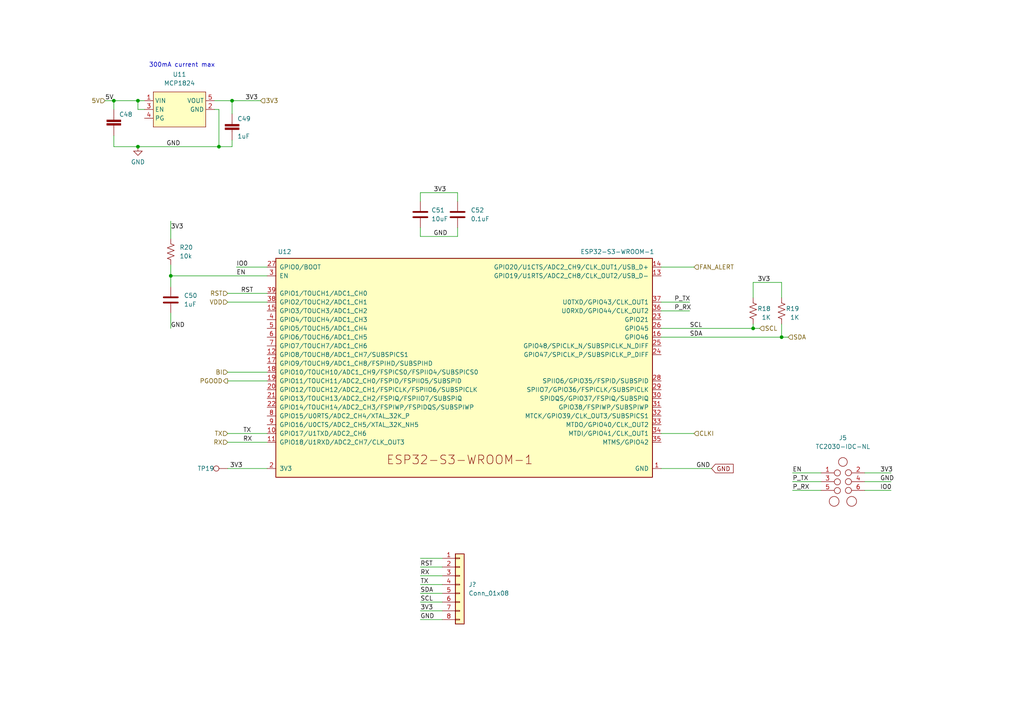
<source format=kicad_sch>
(kicad_sch (version 20211123) (generator eeschema)
  (paper "A4")
  (lib_symbols
    (symbol "Connector:TestPoint" (pin_numbers hide) (pin_names (offset 0.762) hide)
      (property "Reference" "TP" (at 0 6.858 0))
      (property "Value" "TestPoint" (at 0 5.08 0))
      (symbol "TestPoint_0_1"
        (circle (center 0 3.302) (radius 0.762))
      )
      (symbol "TestPoint_1_1"
        (pin passive line (at 0 0 90) (length 2.54) (name "1") (number "1"))
      )
    )
    (symbol "Connector_Generic:Conn_01x08" (pin_names (offset 1.016) hide)
      (property "Reference" "J" (at 0 10.16 0))
      (property "Value" "Conn_01x08" (at 0 -12.7 0))
      (symbol "Conn_01x08_1_1"
        (rectangle (start -1.27 -10.033) (end 0 -10.287) (stroke (width 0.1524)))
        (rectangle (start -1.27 -7.493) (end 0 -7.747) (stroke (width 0.1524)))
        (rectangle (start -1.27 -4.953) (end 0 -5.207) (stroke (width 0.1524)))
        (rectangle (start -1.27 -2.413) (end 0 -2.667) (stroke (width 0.1524)))
        (rectangle (start -1.27 0.127) (end 0 -0.127) (stroke (width 0.1524)))
        (rectangle (start -1.27 2.667) (end 0 2.413) (stroke (width 0.1524)))
        (rectangle (start -1.27 5.207) (end 0 4.953) (stroke (width 0.1524)))
        (rectangle (start -1.27 7.747) (end 0 7.493) (stroke (width 0.1524)))
        (rectangle (start -1.27 8.89) (end 1.27 -11.43) (stroke (width 0.254)) (fill (type background)))
        (pin passive line (at -5.08 7.62 0) (length 3.81) (name "Pin_1") (number "1"))
        (pin passive line (at -5.08 5.08 0) (length 3.81) (name "Pin_2") (number "2"))
        (pin passive line (at -5.08 2.54 0) (length 3.81) (name "Pin_3") (number "3"))
        (pin passive line (at -5.08 0 0) (length 3.81) (name "Pin_4") (number "4"))
        (pin passive line (at -5.08 -2.54 0) (length 3.81) (name "Pin_5") (number "5"))
        (pin passive line (at -5.08 -5.08 0) (length 3.81) (name "Pin_6") (number "6"))
        (pin passive line (at -5.08 -7.62 0) (length 3.81) (name "Pin_7") (number "7"))
        (pin passive line (at -5.08 -10.16 0) (length 3.81) (name "Pin_8") (number "8"))
      )
    )
    (symbol "DayMiner-eagle-import:CAP0402"
      (property "Reference" "C" (at 1.524 2.921 0))
      (property "Value" "CAP0402" (at 1.524 -2.159 0))
      (symbol "CAP0402_1_0"
        (rectangle (start -2.032 0.508) (end 2.032 1.016) (fill (type outline)))
        (rectangle (start -2.032 1.524) (end 2.032 2.032) (fill (type outline)))
        (polyline (pts (xy 0 0) (xy 0 0.508)) (stroke (width 0.1524)))
        (polyline (pts (xy 0 2.54) (xy 0 2.032)) (stroke (width 0.1524)))
        (pin passive line (at 0 5.08 270) (length 2.54) (name "1") (number "1"))
        (pin passive line (at 0 -2.54 90) (length 2.54) (name "2") (number "2"))
      )
    )
    (symbol "Device:C" (pin_numbers hide) (pin_names (offset 0.254))
      (property "Reference" "C" (at 0.635 2.54 0))
      (property "Value" "C" (at 0.635 -2.54 0))
      (symbol "C_0_1"
        (polyline (pts (xy -2.032 -0.762) (xy 2.032 -0.762)) (stroke (width 0.508)))
        (polyline (pts (xy -2.032 0.762) (xy 2.032 0.762)) (stroke (width 0.508)))
      )
      (symbol "C_1_1"
        (pin passive line (at 0 3.81 270) (length 2.794) (name "~") (number "1"))
        (pin passive line (at 0 -3.81 90) (length 2.794) (name "~") (number "2"))
      )
    )
    (symbol "Device:R_US" (pin_numbers hide) (pin_names (offset 0))
      (property "Reference" "R" (at 2.54 0 90))
      (property "Value" "R_US" (at -2.54 0 90))
      (symbol "R_US_0_1"
        (polyline (pts (xy 0 -2.286) (xy 0 -2.54)))
        (polyline (pts (xy 0 2.286) (xy 0 2.54)))
        (polyline (pts (xy 0 -0.762) (xy 1.016 -1.143) (xy 0 -1.524) (xy -1.016 -1.905) (xy 0 -2.286)))
        (polyline (pts (xy 0 0.762) (xy 1.016 0.381) (xy 0 0) (xy -1.016 -0.381) (xy 0 -0.762)))
        (polyline (pts (xy 0 2.286) (xy 1.016 1.905) (xy 0 1.524) (xy -1.016 1.143) (xy 0 0.762)))
      )
      (symbol "R_US_1_1"
        (pin passive line (at 0 3.81 270) (length 1.27) (name "~") (number "1"))
        (pin passive line (at 0 -3.81 90) (length 1.27) (name "~") (number "2"))
      )
    )
    (symbol "Espressif:ESP32-S3-WROOM-1" (pin_names (offset 1.016))
      (property "Reference" "U" (at -53.34 38.1 0))
      (property "Value" "ESP32-S3-WROOM-1" (at -53.34 35.56 0))
      (symbol "ESP32-S3-WROOM-1_0_0"
        (rectangle (start -53.34 33.02) (end 55.88 -30.48) (stroke (width 0.254)) (fill (type background)))
        (text "ESP32-S3-WROOM-1" (at 0 -25.4 0) (effects (font (size 2.54 2.54))))
        (pin power_in line (at 58.42 -27.94 180) (length 2.54) (name "GND") (number "1"))
        (pin bidirectional line (at -55.88 -17.78 0) (length 2.54) (name "GPIO17/U1TXD/ADC2_CH6") (number "10"))
        (pin bidirectional line (at -55.88 -20.32 0) (length 2.54) (name "GPIO18/U1RXD/ADC2_CH7/CLK_OUT3") (number "11"))
        (pin bidirectional line (at -55.88 5.08 0) (length 2.54) (name "GPIO8/TOUCH8/ADC1_CH7/SUBSPICS1") (number "12"))
        (pin bidirectional line (at 58.42 27.94 180) (length 2.54) (name "GPIO19/U1RTS/ADC2_CH8/CLK_OUT2/USB_D-") (number "13"))
        (pin bidirectional line (at 58.42 30.48 180) (length 2.54) (name "GPIO20/U1CTS/ADC2_CH9/CLK_OUT1/USB_D+") (number "14"))
        (pin bidirectional line (at -55.88 17.78 0) (length 2.54) (name "GPIO3/TOUCH3/ADC1_CH2") (number "15"))
        (pin bidirectional line (at 58.42 10.16 180) (length 2.54) (name "GPIO46") (number "16"))
        (pin bidirectional line (at -55.88 2.54 0) (length 2.54) (name "GPIO9/TOUCH9/ADC1_CH8/FSPIHD/SUBSPIHD") (number "17"))
        (pin bidirectional line (at -55.88 0 0) (length 2.54) (name "GPIO10/TOUCH10/ADC1_CH9/FSPICS0/FSPIIO4/SUBSPICS0") (number "18"))
        (pin bidirectional line (at -55.88 -2.54 0) (length 2.54) (name "GPIO11/TOUCH11/ADC2_CH0/FSPID/FSPIIO5/SUBSPID") (number "19"))
        (pin power_in line (at -55.88 -27.94 0) (length 2.54) (name "3V3") (number "2"))
        (pin bidirectional line (at -55.88 -5.08 0) (length 2.54) (name "GPIO12/TOUCH12/ADC2_CH1/FSPICLK/FSPIIO6/SUBSPICLK") (number "20"))
        (pin bidirectional line (at -55.88 -7.62 0) (length 2.54) (name "GPIO13/TOUCH13/ADC2_CH2/FSPIQ/FSPIIO7/SUBSPIQ") (number "21"))
        (pin bidirectional line (at -55.88 -10.16 0) (length 2.54) (name "GPIO14/TOUCH14/ADC2_CH3/FSPIWP/FSPIDQS/SUBSPIWP") (number "22"))
        (pin bidirectional line (at 58.42 15.24 180) (length 2.54) (name "GPIO21") (number "23"))
        (pin bidirectional line (at 58.42 5.08 180) (length 2.54) (name "GPIO47/SPICLK_P/SUBSPICLK_P_DIFF") (number "24"))
        (pin bidirectional line (at 58.42 7.62 180) (length 2.54) (name "GPIO48/SPICLK_N/SUBSPICLK_N_DIFF") (number "25"))
        (pin bidirectional line (at 58.42 12.7 180) (length 2.54) (name "GPIO45") (number "26"))
        (pin bidirectional line (at -55.88 30.48 0) (length 2.54) (name "GPIO0/BOOT") (number "27"))
        (pin bidirectional line (at 58.42 -2.54 180) (length 2.54) (name "SPIIO6/GPIO35/FSPID/SUBSPID") (number "28"))
        (pin bidirectional line (at 58.42 -5.08 180) (length 2.54) (name "SPIIO7/GPIO36/FSPICLK/SUBSPICLK") (number "29"))
        (pin input line (at -55.88 27.94 0) (length 2.54) (name "EN") (number "3"))
        (pin bidirectional line (at 58.42 -7.62 180) (length 2.54) (name "SPIDQS/GPIO37/FSPIQ/SUBSPIQ") (number "30"))
        (pin bidirectional line (at 58.42 -10.16 180) (length 2.54) (name "GPIO38/FSPIWP/SUBSPIWP") (number "31"))
        (pin bidirectional line (at 58.42 -12.7 180) (length 2.54) (name "MTCK/GPIO39/CLK_OUT3/SUBSPICS1") (number "32"))
        (pin bidirectional line (at 58.42 -15.24 180) (length 2.54) (name "MTDO/GPIO40/CLK_OUT2") (number "33"))
        (pin bidirectional line (at 58.42 -17.78 180) (length 2.54) (name "MTDI/GPIO41/CLK_OUT1") (number "34"))
        (pin bidirectional line (at 58.42 -20.32 180) (length 2.54) (name "MTMS/GPIO42") (number "35"))
        (pin bidirectional line (at 58.42 17.78 180) (length 2.54) (name "U0RXD/GPIO44/CLK_OUT2") (number "36"))
        (pin bidirectional line (at 58.42 20.32 180) (length 2.54) (name "U0TXD/GPIO43/CLK_OUT1") (number "37"))
        (pin bidirectional line (at -55.88 20.32 0) (length 2.54) (name "GPIO2/TOUCH2/ADC1_CH1") (number "38"))
        (pin bidirectional line (at -55.88 22.86 0) (length 2.54) (name "GPIO1/TOUCH1/ADC1_CH0") (number "39"))
        (pin bidirectional line (at -55.88 15.24 0) (length 2.54) (name "GPIO4/TOUCH4/ADC1_CH3") (number "4"))
        (pin passive line (at 58.42 -27.94 180) (length 2.54) hide (name "GND") (number "40"))
        (pin passive line (at 58.42 -27.94 180) (length 2.54) hide (name "GND") (number "41"))
        (pin bidirectional line (at -55.88 12.7 0) (length 2.54) (name "GPIO5/TOUCH5/ADC1_CH4") (number "5"))
        (pin bidirectional line (at -55.88 10.16 0) (length 2.54) (name "GPIO6/TOUCH6/ADC1_CH5") (number "6"))
        (pin bidirectional line (at -55.88 7.62 0) (length 2.54) (name "GPIO7/TOUCH7/ADC1_CH6") (number "7"))
        (pin bidirectional line (at -55.88 -12.7 0) (length 2.54) (name "GPIO15/U0RTS/ADC2_CH4/XTAL_32K_P") (number "8"))
        (pin bidirectional line (at -55.88 -15.24 0) (length 2.54) (name "GPIO16/U0CTS/ADC2_CH5/XTAL_32K_NH5") (number "9"))
      )
    )
    (symbol "Espressif:TC2030-IDC-NL" (pin_names (offset 1.016) hide)
      (property "Reference" "J" (at 0 -8.89 0))
      (property "Value" "TC2030-IDC-NL" (at 0.635 -11.43 0))
      (symbol "TC2030-IDC-NL_0_1"
        (circle (center -2.54 -5.715) (radius 1.4224))
        (circle (center -1.6002 2.54) (radius 0.889))
        (circle (center 0 5.715) (radius 1.27))
      )
      (symbol "TC2030-IDC-NL_1_1"
        (circle (center -1.6002 -2.5908) (radius 0.889))
        (circle (center -1.6002 -0.0508) (radius 0.889))
        (circle (center 1.6002 -2.54) (radius 0.889))
        (circle (center 1.6002 0) (radius 0.889))
        (circle (center 1.6002 2.5908) (radius 0.889))
        (circle (center 2.54 -5.715) (radius 1.4224))
        (pin passive line (at -6.35 2.54 0) (length 3.81) (name "Pin_1") (number "1"))
        (pin passive line (at 6.35 2.54 180) (length 3.81) (name "Pin_2") (number "2"))
        (pin passive line (at -6.35 0 0) (length 3.81) (name "Pin_3") (number "3"))
        (pin passive line (at 6.35 0 180) (length 3.81) (name "Pin_4") (number "4"))
        (pin passive line (at -6.35 -2.54 0) (length 3.81) (name "Pin_5") (number "5"))
        (pin passive line (at 6.35 -2.54 180) (length 3.81) (name "Pin_6") (number "6"))
      )
    )
    (symbol "bitaxe:MCP1824"
      (property "Reference" "U" (at -7.62 5.08 0))
      (property "Value" "MCP1824" (at 5.08 5.08 0))
      (symbol "MCP1824_0_1"
        (rectangle (start -7.62 3.81) (end 7.62 -6.35) (stroke (width 0.1524)) (fill (type background)))
      )
      (symbol "MCP1824_1_0"
        (pin bidirectional line (at -10.16 1.27 0) (length 2.54) (name "VIN") (number "1"))
        (pin bidirectional line (at 10.16 -1.27 180) (length 2.54) (name "GND") (number "2"))
        (pin bidirectional line (at -10.16 -1.27 0) (length 2.54) (name "EN") (number "3"))
        (pin bidirectional line (at -10.16 -3.81 0) (length 2.54) (name "PG") (number "4"))
        (pin bidirectional line (at 10.16 1.27 180) (length 2.54) (name "VOUT") (number "5"))
      )
    )
    (symbol "power:GND" (power) (pin_names (offset 0))
      (property "Value" "GND" (at 0 -3.81 0))
      (symbol "GND_0_1"
        (polyline (pts (xy 0 0) (xy 0 -1.27) (xy 1.27 -1.27) (xy 0 -2.54) (xy -1.27 -1.27) (xy 0 -1.27)))
      )
      (symbol "GND_1_1"
        (pin power_in line (at 0 0 270) (length 0) hide (name "GND") (number "1"))
      )
    )
  )
  (junction (at 67.31 29.21) (diameter 0.9144))
  (junction (at 33.02 29.21) (diameter 0.9144))
  (junction (at 40.005 29.21))
  (junction (at 218.44 95.25))
  (junction (at 63.5 42.545) (diameter 0.9144))
  (junction (at 49.53 80.01))
  (junction (at 40.005 42.545))
  (junction (at 226.695 97.79))
  (wire (pts (xy 63.5 42.545) (xy 40.005 42.545)))
  (wire (pts (xy 121.92 172.085) (xy 128.27 172.085)))
  (wire (pts (xy 121.92 177.165) (xy 128.27 177.165)))
  (wire (pts (xy 121.92 55.88) (xy 121.92 58.42)))
  (wire (pts (xy 218.44 95.25) (xy 220.345 95.25)))
  (wire (pts (xy 191.77 97.79) (xy 226.695 97.79)))
  (wire (pts (xy 67.31 29.21) (xy 75.565 29.21)))
  (wire (pts (xy 250.825 139.7) (xy 258.445 139.7)))
  (wire (pts (xy 191.77 95.25) (xy 218.44 95.25)))
  (wire (pts (xy 226.695 93.98) (xy 226.695 97.79)))
  (wire (pts (xy 66.04 110.49) (xy 77.47 110.49)))
  (wire (pts (xy 132.715 68.58) (xy 121.92 68.58)))
  (wire (pts (xy 250.825 137.16) (xy 258.445 137.16)))
  (wire (pts (xy 77.47 125.73) (xy 66.04 125.73)))
  (wire (pts (xy 132.715 66.04) (xy 132.715 68.58)))
  (wire (pts (xy 49.53 76.835) (xy 49.53 80.01)))
  (wire (pts (xy 226.695 81.915) (xy 226.695 86.36)))
  (wire (pts (xy 49.53 90.805) (xy 49.53 95.25)))
  (wire (pts (xy 218.44 81.915) (xy 218.44 86.36)))
  (wire (pts (xy 77.47 85.09) (xy 66.04 85.09)))
  (wire (pts (xy 66.04 107.95) (xy 77.47 107.95)))
  (wire (pts (xy 68.58 77.47) (xy 77.47 77.47)))
  (wire (pts (xy 40.005 31.75) (xy 41.91 31.75)))
  (wire (pts (xy 40.005 31.75) (xy 40.005 29.21)))
  (wire (pts (xy 33.02 29.21) (xy 40.005 29.21)))
  (wire (pts (xy 250.825 142.24) (xy 258.445 142.24)))
  (wire (pts (xy 191.77 77.47) (xy 201.295 77.47)))
  (wire (pts (xy 121.92 174.625) (xy 128.27 174.625)))
  (wire (pts (xy 67.31 29.21) (xy 67.31 33.02)))
  (wire (pts (xy 218.44 81.915) (xy 226.695 81.915)))
  (wire (pts (xy 226.695 97.79) (xy 228.6 97.79)))
  (wire (pts (xy 191.77 90.17) (xy 200.025 90.17)))
  (wire (pts (xy 77.47 128.27) (xy 66.04 128.27)))
  (wire (pts (xy 229.87 142.24) (xy 238.125 142.24)))
  (wire (pts (xy 49.53 80.01) (xy 77.47 80.01)))
  (wire (pts (xy 49.53 64.135) (xy 49.53 69.215)))
  (wire (pts (xy 67.31 40.64) (xy 67.31 42.545)))
  (wire (pts (xy 67.31 42.545) (xy 63.5 42.545)))
  (wire (pts (xy 63.5 31.75) (xy 62.23 31.75)))
  (wire (pts (xy 121.92 167.005) (xy 128.27 167.005)))
  (wire (pts (xy 121.92 169.545) (xy 128.27 169.545)))
  (wire (pts (xy 63.5 31.75) (xy 63.5 42.545)))
  (wire (pts (xy 62.23 29.21) (xy 67.31 29.21)))
  (wire (pts (xy 191.77 135.89) (xy 206.375 135.89)))
  (wire (pts (xy 229.87 139.7) (xy 238.125 139.7)))
  (wire (pts (xy 121.92 68.58) (xy 121.92 66.04)))
  (wire (pts (xy 121.92 161.925) (xy 128.27 161.925)))
  (wire (pts (xy 40.005 29.21) (xy 41.91 29.21)))
  (wire (pts (xy 33.02 29.21) (xy 33.02 31.75)))
  (wire (pts (xy 229.87 137.16) (xy 238.125 137.16)))
  (wire (pts (xy 33.02 39.37) (xy 33.02 42.545)))
  (wire (pts (xy 191.77 87.63) (xy 200.025 87.63)))
  (wire (pts (xy 30.48 29.21) (xy 33.02 29.21)))
  (wire (pts (xy 121.92 179.705) (xy 128.27 179.705)))
  (wire (pts (xy 49.53 80.01) (xy 49.53 83.185)))
  (wire (pts (xy 218.44 93.98) (xy 218.44 95.25)))
  (wire (pts (xy 132.715 55.88) (xy 121.92 55.88)))
  (wire (pts (xy 121.92 164.465) (xy 128.27 164.465)))
  (wire (pts (xy 66.04 135.89) (xy 77.47 135.89)))
  (wire (pts (xy 132.715 58.42) (xy 132.715 55.88)))
  (wire (pts (xy 66.04 87.63) (xy 77.47 87.63)))
  (wire (pts (xy 40.005 42.545) (xy 33.02 42.545)))
  (wire (pts (xy 191.77 125.73) (xy 201.295 125.73)))
  (text "300mA current max" (at 43.18 19.685 0) (effects (font (size 1.27 1.27)) (justify left bottom)))
  (label "5V" (at 30.48 29.21 0))
  (label "P_RX" (at 229.87 142.24 0))
  (label "RX" (at 121.92 167.005 0))
  (label "EN" (at 68.58 80.01 0))
  (label "RST" (at 121.92 164.465 0))
  (label "RST" (at 69.85 85.09 0))
  (label "SDA" (at 121.92 172.085 0))
  (label "P_TX" (at 229.87 139.7 0))
  (label "EN" (at 229.87 137.16 0))
  (label "P_RX" (at 195.58 90.17 0))
  (label "GND" (at 125.73 68.58 0))
  (label "3V3" (at 66.675 135.89 0))
  (label "3V3" (at 219.71 81.915 0))
  (label "IO0" (at 68.58 77.47 0))
  (label "SDA" (at 200.025 97.79 0))
  (label "TX" (at 70.485 125.73 0))
  (label "3V3" (at 255.27 137.16 0))
  (label "IO0" (at 255.27 142.24 0))
  (label "SCL" (at 121.92 174.625 0))
  (label "SCL" (at 200.025 95.25 0))
  (label "GND" (at 201.93 135.89 0))
  (label "TX" (at 121.92 169.545 0))
  (label "3V3" (at 125.73 55.88 0))
  (label "3V3" (at 121.92 177.165 0))
  (label "3V3" (at 49.53 66.675 0))
  (label "GND" (at 49.53 95.25 0))
  (label "P_TX" (at 195.58 87.63 0))
  (label "GND" (at 121.92 179.705 0))
  (label "3V3" (at 71.12 29.21 0))
  (label "GND" (at 255.27 139.7 0))
  (label "GND" (at 48.26 42.545 0))
  (label "RX" (at 70.485 128.27 0))
  (global_label "GND" (shape input) (at 206.375 135.89 0) (property "Intersheet References" "${INTERSHEET_REFS}" (effects hide)))
  (hierarchical_label "TX" (shape input) (at 66.04 125.73 180))
  (hierarchical_label "RX" (shape input) (at 66.04 128.27 180))
  (hierarchical_label "CLKI" (shape input) (at 201.295 125.73 0))
  (hierarchical_label "FAN_ALERT" (shape input) (at 201.295 77.47 0))
  (hierarchical_label "BI" (shape input) (at 66.04 107.95 180))
  (hierarchical_label "3V3" (shape input) (at 75.565 29.21 0))
  (hierarchical_label "SCL" (shape input) (at 220.345 95.25 0))
  (hierarchical_label "RST" (shape input) (at 66.04 85.09 180))
  (hierarchical_label "SDA" (shape input) (at 228.6 97.79 0))
  (hierarchical_label "PGOOD" (shape output) (at 66.04 110.49 180))
  (hierarchical_label "5V" (shape input) (at 30.48 29.21 180))
  (hierarchical_label "VDD" (shape input) (at 66.04 87.63 180))
  (symbol (lib_id "Device:R_US") (at 218.44 90.17 180) (unit 1)
    (property "Reference" "R18" (at 221.615 89.535 0))
    (property "Value" "1K" (at 222.25 92.075 0))
    (property "Footprint" "Resistor_SMD:R_0402_1005Metric" (effects hide))
    (property "DK" "YAG2306CT-ND" (effects hide))
  )
  (symbol (lib_id "Device:C") (at 49.53 86.995 0) (unit 1)
    (property "Reference" "C50" (at 53.34 85.7249 0) (effects (justify left)))
    (property "Value" "1uF" (at 53.34 88.2649 0) (effects (justify left)))
    (property "Footprint" "Capacitor_SMD:C_0402_1005Metric" (effects hide))
  )
  (symbol (lib_id "Device:C") (at 132.715 62.23 0) (unit 1)
    (property "Reference" "C52" (at 136.525 60.9599 0) (effects (justify left)))
    (property "Value" "0.1uF" (at 136.525 63.4999 0) (effects (justify left)))
    (property "Footprint" "Capacitor_SMD:C_0402_1005Metric" (effects hide))
  )
  (symbol (lib_id "Device:R_US") (at 226.695 90.17 180) (unit 1)
    (property "Reference" "R19" (at 229.87 89.535 0))
    (property "Value" "1K" (at 230.505 92.075 0))
    (property "Footprint" "Resistor_SMD:R_0402_1005Metric" (effects hide))
    (property "DK" "YAG2306CT-ND" (effects hide))
  )
  (symbol (lib_id "bitaxe:MCP1824") (at 52.07 30.48 0) (unit 1)
    (property "Reference" "U11" (at 52.07 21.59 0))
    (property "Value" "MCP1824" (at 52.07 24.13 0))
    (property "Footprint" "Package_TO_SOT_SMD:SOT-23-5" (effects hide))
    (property "Datasheet" "https://ww1.microchip.com/downloads/en/DeviceDoc/22070a.pdf" (effects hide))
    (property "PARTNO" "MCP1824T-3302E/OT" (effects hide))
    (property "DK" "MCP1824T-3302E/OTCT-ND" (effects hide))
  )
  (symbol (lib_id "Device:R_US") (at 49.53 73.025 0) (unit 1)
    (property "Reference" "R20" (at 52.07 71.7549 0) (effects (justify left)))
    (property "Value" "10k" (at 52.07 74.2949 0) (effects (justify left)))
    (property "Footprint" "Resistor_SMD:R_0402_1005Metric" (effects hide))
  )
  (symbol (lib_id "power:GND") (at 40.005 42.545 0) (mirror y) (unit 1)
    (property "Reference" "#PWR05" (effects hide))
    (property "Value" "GND" (at 40.005 46.99 0))
  )
  (symbol (lib_id "Espressif:TC2030-IDC-NL") (at 244.475 139.7 0) (unit 1)
    (property "Reference" "J5" (at 244.475 127 0))
    (property "Value" "TC2030-IDC-NL" (at 244.475 129.54 0))
    (property "Footprint" "Tag-Connect:Tag-Connect_TC2030-IDC-NL_2x03_P1.27mm_Vertical" (effects hide))
  )
  (symbol (lib_id "DayMiner-eagle-import:CAP0402") (at 67.31 38.1 0) (unit 1)
    (property "Reference" "C49" (at 68.834 35.179 0) (effects (justify left bottom)))
    (property "Value" "1uF" (at 68.834 40.259 0) (effects (justify left bottom)))
    (property "Footprint" "Capacitor_SMD:C_0402_1005Metric" (effects hide))
    (property "DK" "587-5514-1-ND" (effects hide))
  )
  (symbol (lib_id "Device:C") (at 121.92 62.23 0) (unit 1)
    (property "Reference" "C51" (at 125.095 60.9599 0) (effects (justify left)))
    (property "Value" "10uF" (at 125.095 63.4999 0) (effects (justify left)))
    (property "Footprint" "Capacitor_SMD:C_0402_1005Metric" (effects hide))
  )
  (symbol (lib_id "DayMiner-eagle-import:CAP0402") (at 33.02 36.83 0) (unit 1)
    (property "Reference" "C48" (at 34.544 33.909 0) (effects (justify left bottom)))
    (property "Value" "0.1uF" (at 34.544 38.989 0) (effects (justify left bottom)))
    (property "Footprint" "Capacitor_SMD:C_0402_1005Metric" (effects hide))
    (property "Value" "311-3342-1-ND" (effects hide))
    (property "DK" "1292-1639-1-ND" (effects hide))
  )
  (symbol (lib_id "Connector:TestPoint") (at 66.04 135.89 90) (mirror x) (unit 1)
    (property "Reference" "TP19" (at 59.69 135.89 90))
    (property "Value" "TestPoint" (effects hide))
    (property "Footprint" "TestPoint:TestPoint_Pad_D1.5mm" (effects hide))
    (property "DNP" "T" (effects hide))
  )
  (symbol (lib_id "Connector_Generic:Conn_01x08") (at 133.35 169.545 0) (unit 1)
    (property "Reference" "J?" (at 135.89 169.5449 0) (effects (justify left)))
    (property "Value" "Conn_01x08" (at 135.89 172.0849 0) (effects (justify left)))
  )
  (symbol (lib_id "Espressif:ESP32-S3-WROOM-1") (at 133.35 107.95 0) (unit 1)
    (property "Reference" "U12" (at 82.55 73.025 0))
    (property "Value" "ESP32-S3-WROOM-1" (at 179.07 73.025 0))
    (property "Footprint" "Espressif:ESP32-S3-WROOM-1" (effects hide))
    (property "Datasheet" "https://www.espressif.com/sites/default/files/documentation/esp32-s3-wroom-1_wroom-1u_datasheet_en.pdf" (effects hide))
    (property "DK" "1965-ESP32-S3-WROOM-1-N16R8CT-ND" (effects hide))
    (property "PARTNO" "ESP32-S3-WROOM-1-N16R8" (effects hide))
  )
)
</source>
